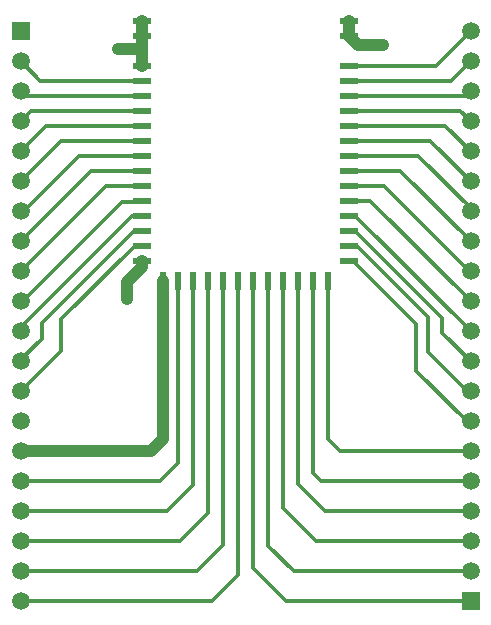
<source format=gbr>
G04 DipTrace 3.1.0.1*
G04 Top.gbr*
%MOIN*%
G04 #@! TF.FileFunction,Copper,L1,Top*
G04 #@! TF.Part,Single*
G04 #@! TA.AperFunction,Conductor*
%ADD13C,0.03937*%
%ADD14C,0.012992*%
G04 #@! TA.AperFunction,ComponentPad*
%ADD16R,0.059055X0.059055*%
%ADD17C,0.059055*%
%ADD18R,0.021654X0.059055*%
%ADD19R,0.059055X0.021654*%
G04 #@! TA.AperFunction,ViaPad*
%ADD20C,0.04*%
%FSLAX26Y26*%
G04*
G70*
G90*
G75*
G01*
G04 Top*
%LPD*%
X1533465Y2332480D2*
D13*
Y2382480D1*
X844488Y2232480D2*
Y2297976D1*
Y2332480D1*
Y2382480D2*
Y2332480D1*
X793307Y2289764D2*
X836276D1*
X844488Y2297976D1*
X763780Y2289764D2*
X793307D1*
X844488Y1582480D2*
Y1561811D1*
X795276Y1512598D1*
Y1454724D2*
Y1512598D1*
X1593307Y2303150D2*
X1562795D1*
X1533465Y2332480D1*
X1647244Y2303150D2*
X1593307D1*
X1533465Y2232480D2*
D14*
X1823819D1*
X1938976Y2347638D1*
X1533465Y2182480D2*
X1873819D1*
X1938976Y2247638D1*
X1533465Y2132480D2*
X1923819D1*
X1938976Y2147638D1*
X1533465Y2082480D2*
X1904134D1*
X1938976Y2047638D1*
X1533465Y2032480D2*
X1854134D1*
X1938976Y1947638D1*
X1533465Y1982480D2*
X1804134D1*
X1938976Y1847638D1*
X1533465Y1932480D2*
X1763976D1*
X1948819Y1747638D1*
X1938976D1*
X1533465Y1882480D2*
X1704134D1*
X1938976Y1647638D1*
Y1547638D2*
X1935433D1*
X1650591Y1832480D1*
X1533465D1*
X1938976Y1447638D2*
X1604134Y1782480D1*
X1533465D1*
X1938976Y1347638D2*
X1554134Y1732480D1*
X1533465D1*
Y1682480D2*
X1552953D1*
X1843701Y1391732D1*
Y1342913D1*
X1938976Y1247638D1*
Y1147638D2*
X1928346D1*
X1798425Y1277559D1*
Y1394488D1*
X1560433Y1632480D1*
X1533465D1*
X1938976Y1047638D2*
X1926772D1*
X1757874Y1216535D1*
Y1371260D1*
X1546654Y1582480D1*
X1533465D1*
X1938976Y947638D2*
X1505118D1*
X1463976Y988780D1*
Y1513780D1*
X1938976Y847638D2*
X1439961D1*
X1413976Y873622D1*
Y1513780D1*
X1938976Y747638D2*
X1454331D1*
X1363976Y837992D1*
Y1513780D1*
X1938976Y647638D2*
X1423228D1*
X1313976Y756890D1*
Y1513780D1*
X1938976Y547638D2*
X1348819D1*
X1263976Y632480D1*
Y1513780D1*
X1938976Y447638D2*
X1324016D1*
X1213976Y557677D1*
Y1513780D1*
X438976Y447638D2*
X1077559D1*
X1163976Y534055D1*
Y1513780D1*
X438976Y547638D2*
X1027165D1*
X1113976Y634449D1*
Y1513780D1*
X438976Y647638D2*
X969685D1*
X1063976Y741929D1*
Y1513780D1*
X438976Y747638D2*
X927953D1*
X1013976Y833661D1*
Y1513780D1*
X438976Y847638D2*
X903543D1*
X963976Y908071D1*
Y1513780D1*
X438976Y947638D2*
D13*
X872441D1*
X913976Y989173D1*
Y1513780D1*
X438976Y1147638D2*
D14*
X441732D1*
X574803Y1280709D1*
Y1387795D1*
X816142Y1629134D1*
X844488D1*
Y1632480D1*
X438976Y1247638D2*
X435039D1*
X510630Y1323228D1*
Y1375197D1*
X817913Y1682480D1*
X844488D1*
X438976Y1347638D2*
X425591D1*
X810433Y1732480D1*
X844488D1*
X438976Y1447638D2*
Y1451181D1*
X444291Y1445866D1*
X777559Y1779134D1*
X844488D1*
Y1782480D1*
Y1832480D2*
X723819D1*
X438976Y1547638D1*
X844488Y1882480D2*
X673819D1*
X438976Y1647638D1*
Y1747638D2*
X443898Y1742717D1*
X633661Y1932480D1*
X844488D1*
Y1982480D2*
X573819D1*
X438976Y1847638D1*
X844488Y2032480D2*
X523819D1*
X438976Y1947638D1*
X844488Y2082480D2*
X473819D1*
X438976Y2047638D1*
X844488Y2132480D2*
X454134D1*
X438976Y2147638D1*
X844488Y2182480D2*
X504134D1*
X438976Y2247638D1*
D20*
X793307Y2289764D3*
X763780D3*
X795276Y1512598D3*
Y1454724D3*
X1593307Y2303150D3*
X1647244D3*
D16*
X1938976Y447638D3*
D17*
Y547638D3*
Y647638D3*
Y747638D3*
Y847638D3*
Y947638D3*
Y1047638D3*
Y1147638D3*
Y1247638D3*
Y1347638D3*
Y1447638D3*
Y1547638D3*
Y1647638D3*
Y1747638D3*
Y1847638D3*
Y1947638D3*
Y2047638D3*
Y2147638D3*
Y2247638D3*
Y2347638D3*
D16*
X438976D3*
D17*
Y2247638D3*
Y2147638D3*
Y2047638D3*
Y1947638D3*
Y1847638D3*
Y1747638D3*
Y1647638D3*
Y1547638D3*
Y1447638D3*
Y1347638D3*
Y1247638D3*
Y1147638D3*
Y1047638D3*
Y947638D3*
Y847638D3*
Y747638D3*
Y647638D3*
Y547638D3*
Y447638D3*
D18*
X1213976Y1513780D3*
X1163976D3*
X1263976D3*
X1313976D3*
X1363976D3*
X1413976D3*
X1463976D3*
X1113976D3*
X1063976D3*
X1013976D3*
X963976D3*
X913976D3*
D19*
X844488Y1582480D3*
X1533465D3*
Y1632480D3*
Y1682480D3*
Y1732480D3*
Y1782480D3*
Y1832480D3*
Y1882480D3*
Y1932480D3*
Y2032480D3*
Y2082480D3*
Y1982480D3*
Y2132480D3*
Y2182480D3*
Y2232480D3*
X844488Y1632480D3*
Y1682480D3*
Y1732480D3*
Y1782480D3*
Y1832480D3*
Y1882480D3*
Y1932480D3*
Y2032480D3*
Y2082480D3*
Y1982480D3*
Y2132480D3*
Y2182480D3*
Y2232480D3*
X1533465Y2332480D3*
Y2382480D3*
X844488Y2332480D3*
Y2382480D3*
M02*

</source>
